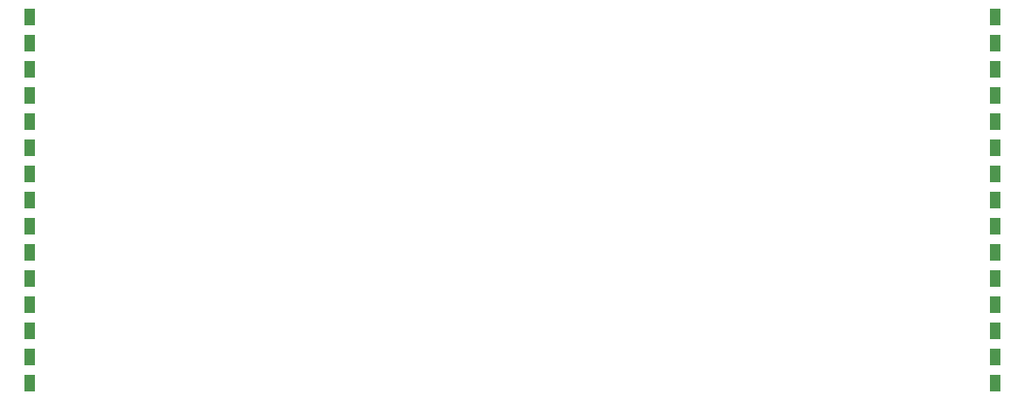
<source format=gtp>
G04 Layer: TopPasteMaskLayer*
G04 EasyEDA v6.5.9, 2022-07-27 19:44:39*
G04 76ed2510ce1c47f1be3c58ea14bf5d85,facc937cdf584d0a9360c289f8e84b41,10*
G04 Gerber Generator version 0.2*
G04 Scale: 100 percent, Rotated: No, Reflected: No *
G04 Dimensions in millimeters *
G04 leading zeros omitted , absolute positions ,4 integer and 5 decimal *
%FSLAX45Y45*%
%MOMM*%

%ADD10C,0.0001*%

%LPD*%
G36*
X-9614339Y-6423400D02*
G01*
X-9614339Y-6265920D01*
X-9714339Y-6265920D01*
X-9714339Y-6423400D01*
G37*
G36*
X-9614339Y-6169400D02*
G01*
X-9614339Y-6011920D01*
X-9714339Y-6011920D01*
X-9714339Y-6169400D01*
G37*
G36*
X-9614339Y-5915400D02*
G01*
X-9614339Y-5757920D01*
X-9714339Y-5757920D01*
X-9714339Y-5915400D01*
G37*
G36*
X-9614339Y-5661400D02*
G01*
X-9614339Y-5503920D01*
X-9714339Y-5503920D01*
X-9714339Y-5661400D01*
G37*
G36*
X-9614339Y-5153403D02*
G01*
X-9614339Y-4995923D01*
X-9714339Y-4995923D01*
X-9714339Y-5153403D01*
G37*
G36*
X-9614339Y-5407403D02*
G01*
X-9614339Y-5249923D01*
X-9714339Y-5249923D01*
X-9714339Y-5407403D01*
G37*
G36*
X-9614362Y-4137372D02*
G01*
X-9614362Y-3979898D01*
X-9714367Y-3979898D01*
X-9714367Y-4137372D01*
G37*
G36*
X-9614362Y-4391367D02*
G01*
X-9614362Y-4233890D01*
X-9714367Y-4233890D01*
X-9714367Y-4391367D01*
G37*
G36*
X-9614362Y-4645367D02*
G01*
X-9614362Y-4487890D01*
X-9714367Y-4487890D01*
X-9714367Y-4645367D01*
G37*
G36*
X-9614362Y-4899367D02*
G01*
X-9614362Y-4741890D01*
X-9714367Y-4741890D01*
X-9714367Y-4899367D01*
G37*
G36*
X-9614359Y-3121398D02*
G01*
X-9614359Y-2963915D01*
X-9714354Y-2963915D01*
X-9714354Y-3121398D01*
G37*
G36*
X-9614359Y-3375398D02*
G01*
X-9614359Y-3217915D01*
X-9714354Y-3217915D01*
X-9714354Y-3375398D01*
G37*
G36*
X-9614359Y-3629395D02*
G01*
X-9614359Y-3471915D01*
X-9714354Y-3471915D01*
X-9714354Y-3629395D01*
G37*
G36*
X-9614359Y-3883390D02*
G01*
X-9614359Y-3725908D01*
X-9714354Y-3725908D01*
X-9714354Y-3883390D01*
G37*
G36*
X-9614359Y-2867405D02*
G01*
X-9614359Y-2709923D01*
X-9714349Y-2709923D01*
X-9714349Y-2867405D01*
G37*
G36*
X-352229Y-2710535D02*
G01*
X-352229Y-2868015D01*
X-252229Y-2868015D01*
X-252229Y-2710535D01*
G37*
G36*
X-352229Y-2964535D02*
G01*
X-352229Y-3122015D01*
X-252229Y-3122015D01*
X-252229Y-2964535D01*
G37*
G36*
X-352229Y-3218535D02*
G01*
X-352229Y-3376015D01*
X-252229Y-3376015D01*
X-252229Y-3218535D01*
G37*
G36*
X-352229Y-3472535D02*
G01*
X-352229Y-3630015D01*
X-252229Y-3630015D01*
X-252229Y-3472535D01*
G37*
G36*
X-352229Y-3980533D02*
G01*
X-352229Y-4138013D01*
X-252229Y-4138013D01*
X-252229Y-3980533D01*
G37*
G36*
X-352229Y-3726533D02*
G01*
X-352229Y-3884013D01*
X-252229Y-3884013D01*
X-252229Y-3726533D01*
G37*
G36*
X-352206Y-4996563D02*
G01*
X-352206Y-5154038D01*
X-252201Y-5154038D01*
X-252201Y-4996563D01*
G37*
G36*
X-352206Y-4742568D02*
G01*
X-352206Y-4900046D01*
X-252201Y-4900046D01*
X-252201Y-4742568D01*
G37*
G36*
X-352206Y-4488568D02*
G01*
X-352206Y-4646046D01*
X-252201Y-4646046D01*
X-252201Y-4488568D01*
G37*
G36*
X-352206Y-4234568D02*
G01*
X-352206Y-4392046D01*
X-252201Y-4392046D01*
X-252201Y-4234568D01*
G37*
G36*
X-352209Y-6012538D02*
G01*
X-352209Y-6170020D01*
X-252214Y-6170020D01*
X-252214Y-6012538D01*
G37*
G36*
X-352209Y-5758538D02*
G01*
X-352209Y-5916020D01*
X-252214Y-5916020D01*
X-252214Y-5758538D01*
G37*
G36*
X-352209Y-5504540D02*
G01*
X-352209Y-5662020D01*
X-252214Y-5662020D01*
X-252214Y-5504540D01*
G37*
G36*
X-352209Y-5250545D02*
G01*
X-352209Y-5408028D01*
X-252214Y-5408028D01*
X-252214Y-5250545D01*
G37*
G36*
X-352209Y-6266530D02*
G01*
X-352209Y-6424013D01*
X-252219Y-6424013D01*
X-252219Y-6266530D01*
G37*
M02*

</source>
